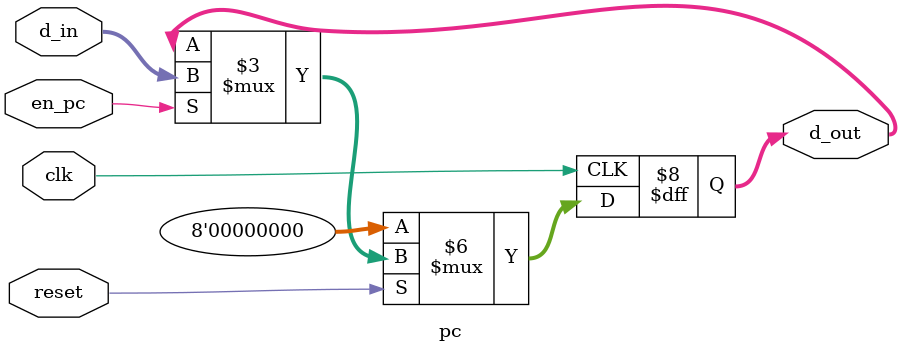
<source format=v>
module pc(
    input clk,
    input en_pc,
    input reset,
    input [7:0] d_in,

    output reg [7:0] d_out
);
    
    always @(posedge clk) begin
        if(!reset) begin
            d_out <= 8'b0;
        end
        else if(en_pc) begin
            d_out <= d_in;
        end
    end

endmodule
</source>
